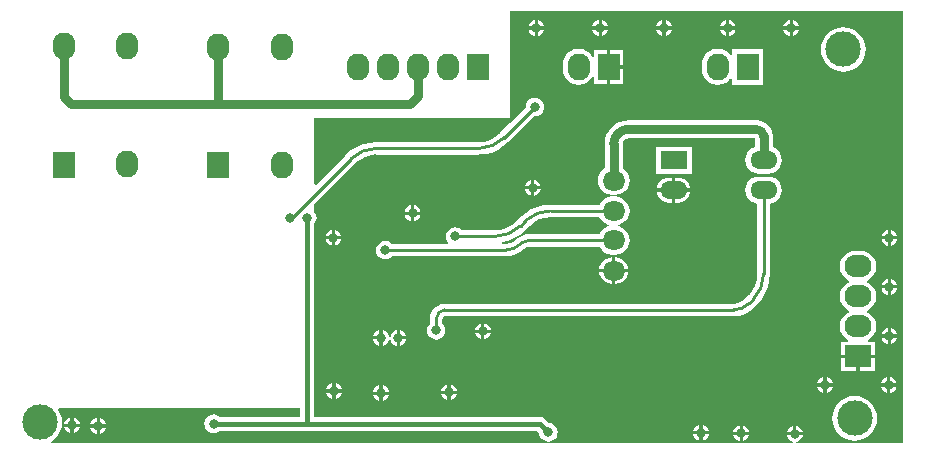
<source format=gbl>
G04 Layer_Physical_Order=2*
G04 Layer_Color=16711680*
%FSTAX24Y24*%
%MOIN*%
G70*
G01*
G75*
%ADD26C,0.0300*%
%ADD27C,0.0110*%
%ADD28C,0.0150*%
%ADD29C,0.0236*%
%ADD31O,0.0750X0.0900*%
%ADD32R,0.0750X0.0900*%
%ADD33C,0.1181*%
%ADD34O,0.0750X0.0650*%
%ADD35R,0.0900X0.0600*%
%ADD36O,0.0900X0.0600*%
%ADD37R,0.0900X0.0750*%
%ADD38O,0.0900X0.0750*%
%ADD39C,0.0315*%
%ADD40C,0.0110*%
G36*
X055458Y031041D02*
X051906D01*
X051902Y031091D01*
X05193Y031094D01*
X051995Y031121D01*
X052051Y031164D01*
X052094Y03122D01*
X052121Y031285D01*
X052122Y0313D01*
X051597D01*
X051599Y031285D01*
X051626Y03122D01*
X051669Y031164D01*
X051725Y031121D01*
X05179Y031094D01*
X051817Y031091D01*
X051814Y031041D01*
X027073D01*
X027061Y031091D01*
X027107Y031115D01*
X02722Y031208D01*
X027312Y031321D01*
X027381Y031449D01*
X027423Y031589D01*
X027438Y031734D01*
X027423Y031879D01*
X027381Y032019D01*
X027312Y032148D01*
X027299Y032163D01*
X027321Y032209D01*
X035381Y032209D01*
Y031921D01*
X032692D01*
X032641Y03196D01*
X032566Y031991D01*
X032486Y032002D01*
X032406Y031991D01*
X032331Y03196D01*
X032267Y031911D01*
X032217Y031847D01*
X032186Y031772D01*
X032176Y031692D01*
X032186Y031611D01*
X032217Y031537D01*
X032267Y031472D01*
X032331Y031423D01*
X032406Y031392D01*
X032486Y031382D01*
X032566Y031392D01*
X032641Y031423D01*
X032692Y031462D01*
X043264D01*
X043342Y031385D01*
X043351Y031321D01*
X043382Y031246D01*
X043431Y031182D01*
X043495Y031132D01*
X04357Y031102D01*
X04365Y031091D01*
X04373Y031102D01*
X043805Y031132D01*
X043869Y031182D01*
X043919Y031246D01*
X04395Y031321D01*
X04396Y031401D01*
X04395Y031481D01*
X043919Y031556D01*
X043869Y03162D01*
X043805Y03167D01*
X04373Y031701D01*
X043667Y031709D01*
X043522Y031854D01*
X043447Y031904D01*
X043359Y031921D01*
X03584D01*
Y032209D01*
X035847D01*
X035847Y038356D01*
X035879Y038399D01*
X03591Y038474D01*
X035921Y038554D01*
X03591Y038634D01*
X035879Y038709D01*
X035847Y038752D01*
Y039007D01*
X037208Y040369D01*
X037208Y040369D01*
X037244Y040403D01*
X037358Y040496D01*
X037531Y040589D01*
X037719Y040646D01*
X037901Y040664D01*
X037914Y040661D01*
X041317D01*
Y040661D01*
X041368Y040665D01*
X041378Y040663D01*
X041403Y040668D01*
X041538Y040678D01*
X041754Y04073D01*
X04196Y040815D01*
X042149Y040932D01*
X042318Y041076D01*
X042318Y041076D01*
X042627Y041385D01*
X042648Y041399D01*
X043185Y041936D01*
X043198Y041934D01*
X043278Y041945D01*
X043353Y041976D01*
X043417Y042025D01*
X043466Y042089D01*
X043497Y042164D01*
X043508Y042244D01*
X043497Y042325D01*
X043466Y042399D01*
X043417Y042464D01*
X043353Y042513D01*
X043278Y042544D01*
X043198Y042554D01*
X043117Y042544D01*
X043043Y042513D01*
X042978Y042464D01*
X042929Y042399D01*
X042898Y042325D01*
X042888Y042244D01*
X042889Y042232D01*
X04237Y041712D01*
X042349Y041698D01*
X042022Y041372D01*
X042015Y041361D01*
X041873Y041244D01*
X0417Y041152D01*
X041512Y041095D01*
X041368Y041081D01*
X04133Y041077D01*
X041317Y041079D01*
X037914D01*
Y04108D01*
X037693Y041062D01*
X037477Y04101D01*
X037271Y040925D01*
X037082Y040809D01*
X036913Y040665D01*
X036913Y040665D01*
X036878Y040629D01*
X035893Y039644D01*
X035847Y039664D01*
Y04187D01*
X042353D01*
X042353Y045448D01*
X055458D01*
Y031041D01*
D02*
G37*
%LPC*%
G36*
X051801Y045144D02*
Y044936D01*
X052008D01*
X052006Y044951D01*
X051979Y045016D01*
X051937Y045072D01*
X051881Y045115D01*
X051816Y045142D01*
X051801Y045144D01*
D02*
G37*
G36*
X051691D02*
X051676Y045142D01*
X051611Y045115D01*
X051555Y045072D01*
X051512Y045016D01*
X051485Y044951D01*
X051483Y044936D01*
X051691D01*
Y045144D01*
D02*
G37*
G36*
X049677D02*
Y044936D01*
X049884D01*
X049882Y044951D01*
X049855Y045016D01*
X049813Y045072D01*
X049757Y045115D01*
X049692Y045142D01*
X049677Y045144D01*
D02*
G37*
G36*
X049567D02*
X049552Y045142D01*
X049487Y045115D01*
X049431Y045072D01*
X049388Y045016D01*
X049361Y044951D01*
X049359Y044936D01*
X049567D01*
Y045144D01*
D02*
G37*
G36*
X047553D02*
Y044936D01*
X04776D01*
X047759Y044951D01*
X047732Y045016D01*
X047689Y045072D01*
X047633Y045115D01*
X047568Y045142D01*
X047553Y045144D01*
D02*
G37*
G36*
X047443D02*
X047428Y045142D01*
X047363Y045115D01*
X047307Y045072D01*
X047264Y045016D01*
X047237Y044951D01*
X047235Y044936D01*
X047443D01*
Y045144D01*
D02*
G37*
G36*
X045429D02*
Y044936D01*
X045637D01*
X045635Y044951D01*
X045608Y045016D01*
X045565Y045072D01*
X045509Y045115D01*
X045444Y045142D01*
X045429Y045144D01*
D02*
G37*
G36*
X045319D02*
X045304Y045142D01*
X045239Y045115D01*
X045183Y045072D01*
X04514Y045016D01*
X045113Y044951D01*
X045111Y044936D01*
X045319D01*
Y045144D01*
D02*
G37*
G36*
X043305D02*
Y044936D01*
X043513D01*
X043511Y044951D01*
X043484Y045016D01*
X043441Y045072D01*
X043385Y045115D01*
X04332Y045142D01*
X043305Y045144D01*
D02*
G37*
G36*
X043195D02*
X04318Y045142D01*
X043115Y045115D01*
X043059Y045072D01*
X043016Y045016D01*
X042989Y044951D01*
X042988Y044936D01*
X043195D01*
Y045144D01*
D02*
G37*
G36*
X052008Y044826D02*
X051801D01*
Y044618D01*
X051816Y04462D01*
X051881Y044647D01*
X051937Y04469D01*
X051979Y044746D01*
X052006Y044811D01*
X052008Y044826D01*
D02*
G37*
G36*
X051691D02*
X051483D01*
X051485Y044811D01*
X051512Y044746D01*
X051555Y04469D01*
X051611Y044647D01*
X051676Y04462D01*
X051691Y044618D01*
Y044826D01*
D02*
G37*
G36*
X049884D02*
X049677D01*
Y044618D01*
X049692Y04462D01*
X049757Y044647D01*
X049813Y04469D01*
X049855Y044746D01*
X049882Y044811D01*
X049884Y044826D01*
D02*
G37*
G36*
X049567D02*
X049359D01*
X049361Y044811D01*
X049388Y044746D01*
X049431Y04469D01*
X049487Y044647D01*
X049552Y04462D01*
X049567Y044618D01*
Y044826D01*
D02*
G37*
G36*
X04776D02*
X047553D01*
Y044618D01*
X047568Y04462D01*
X047633Y044647D01*
X047689Y04469D01*
X047732Y044746D01*
X047759Y044811D01*
X04776Y044826D01*
D02*
G37*
G36*
X047443D02*
X047235D01*
X047237Y044811D01*
X047264Y044746D01*
X047307Y04469D01*
X047363Y044647D01*
X047428Y04462D01*
X047443Y044618D01*
Y044826D01*
D02*
G37*
G36*
X045637D02*
X045429D01*
Y044618D01*
X045444Y04462D01*
X045509Y044647D01*
X045565Y04469D01*
X045608Y044746D01*
X045635Y044811D01*
X045637Y044826D01*
D02*
G37*
G36*
X045319D02*
X045111D01*
X045113Y044811D01*
X04514Y044746D01*
X045183Y04469D01*
X045239Y044647D01*
X045304Y04462D01*
X045319Y044618D01*
Y044826D01*
D02*
G37*
G36*
X043513D02*
X043305D01*
Y044618D01*
X04332Y04462D01*
X043385Y044647D01*
X043441Y04469D01*
X043484Y044746D01*
X043511Y044811D01*
X043513Y044826D01*
D02*
G37*
G36*
X043195D02*
X042988D01*
X042989Y044811D01*
X043016Y044746D01*
X043059Y04469D01*
X043115Y044647D01*
X04318Y04462D01*
X043195Y044618D01*
Y044826D01*
D02*
G37*
G36*
X046138Y044145D02*
X045708D01*
Y04364D01*
X046138D01*
Y044145D01*
D02*
G37*
G36*
X053475Y04491D02*
X05333Y044895D01*
X053191Y044853D01*
X053062Y044784D01*
X052949Y044692D01*
X052857Y044579D01*
X052788Y04445D01*
X052745Y044311D01*
X052731Y044166D01*
X052745Y04402D01*
X052788Y043881D01*
X052857Y043752D01*
X052949Y043639D01*
X053062Y043547D01*
X053191Y043478D01*
X05333Y043436D01*
X053475Y043422D01*
X05362Y043436D01*
X05376Y043478D01*
X053889Y043547D01*
X054001Y043639D01*
X054094Y043752D01*
X054163Y043881D01*
X054205Y04402D01*
X054219Y044166D01*
X054205Y044311D01*
X054163Y04445D01*
X054094Y044579D01*
X054001Y044692D01*
X053889Y044784D01*
X05376Y044853D01*
X05362Y044895D01*
X053475Y04491D01*
D02*
G37*
G36*
X046138Y04353D02*
X045708D01*
Y043025D01*
X046138D01*
Y04353D01*
D02*
G37*
G36*
X044653Y044189D02*
X044516Y044171D01*
X044388Y044118D01*
X044278Y044034D01*
X044194Y043924D01*
X044141Y043797D01*
X044123Y04366D01*
Y04351D01*
X044141Y043373D01*
X044194Y043245D01*
X044278Y043135D01*
X044388Y043051D01*
X044516Y042998D01*
X044653Y04298D01*
X04479Y042998D01*
X044917Y043051D01*
X045027Y043135D01*
X045111Y043245D01*
X045118Y04326D01*
X045168Y04325D01*
Y043025D01*
X045598D01*
Y043585D01*
Y044145D01*
X045168D01*
Y043919D01*
X045118Y043909D01*
X045111Y043924D01*
X045027Y044034D01*
X044917Y044118D01*
X04479Y044171D01*
X044653Y044189D01*
D02*
G37*
G36*
X049288D02*
X04915Y044171D01*
X049023Y044118D01*
X048913Y044034D01*
X048829Y043924D01*
X048776Y043797D01*
X048758Y04366D01*
Y04351D01*
X048776Y043373D01*
X048829Y043245D01*
X048913Y043135D01*
X049023Y043051D01*
X04915Y042998D01*
X049288Y04298D01*
X049425Y042998D01*
X049552Y043051D01*
X049662Y043135D01*
X049713Y043201D01*
X049763Y043184D01*
Y042985D01*
X050813D01*
Y044185D01*
X049763D01*
Y043985D01*
X049713Y043968D01*
X049662Y044034D01*
X049552Y044118D01*
X049425Y044171D01*
X049288Y044189D01*
D02*
G37*
G36*
X048421Y040927D02*
X047221D01*
Y040027D01*
X048421D01*
Y040927D01*
D02*
G37*
G36*
X046324Y041813D02*
X046168Y041797D01*
X046017Y041752D01*
X045878Y041677D01*
X045756Y041577D01*
X045656Y041456D01*
X045582Y041317D01*
X045536Y041166D01*
X045521Y041009D01*
X045522D01*
Y0402D01*
X045436Y040134D01*
X04536Y040034D01*
X045312Y039919D01*
X045295Y039795D01*
X045312Y039671D01*
X04536Y039555D01*
X045436Y039456D01*
X045535Y03938D01*
X04565Y039332D01*
X045774Y039316D01*
X045874D01*
X045998Y039332D01*
X046114Y03938D01*
X046213Y039456D01*
X046289Y039555D01*
X046337Y039671D01*
X046354Y039795D01*
X046337Y039919D01*
X046289Y040034D01*
X046213Y040134D01*
X046127Y0402D01*
Y041009D01*
X046127Y041013D01*
X046141Y041085D01*
X046184Y04115D01*
X046248Y041193D01*
X04632Y041207D01*
X046324Y041206D01*
X046679D01*
X046739Y041198D01*
X050519D01*
Y0409D01*
X050444Y04087D01*
X05035Y040798D01*
X050278Y040704D01*
X050233Y040594D01*
X050217Y040477D01*
X050233Y040359D01*
X050278Y04025D01*
X05035Y040156D01*
X050444Y040083D01*
X050554Y040038D01*
X050671Y040023D01*
X050971D01*
X051089Y040038D01*
X051198Y040083D01*
X051292Y040156D01*
X051364Y04025D01*
X05141Y040359D01*
X051425Y040477D01*
X05141Y040594D01*
X051364Y040704D01*
X051292Y040798D01*
X051198Y04087D01*
X051124Y0409D01*
Y041269D01*
X051126D01*
X051108Y041406D01*
X051055Y041534D01*
X05097Y041644D01*
X05086Y041729D01*
X050732Y041782D01*
X050595Y0418D01*
Y0418D01*
X05055Y041804D01*
X046799D01*
X046739Y041812D01*
X046324D01*
Y041813D01*
D02*
G37*
G36*
X043179Y039822D02*
Y039615D01*
X043387D01*
X043385Y03963D01*
X043358Y039695D01*
X043315Y03975D01*
X043259Y039793D01*
X043194Y03982D01*
X043179Y039822D01*
D02*
G37*
G36*
X043069D02*
X043055Y03982D01*
X04299Y039793D01*
X042934Y03975D01*
X042891Y039695D01*
X042864Y03963D01*
X042862Y039615D01*
X043069D01*
Y039822D01*
D02*
G37*
G36*
X047971Y03989D02*
X047876D01*
Y039532D01*
X048378D01*
X048371Y039584D01*
X048329Y039683D01*
X048264Y039769D01*
X048178Y039835D01*
X048078Y039876D01*
X047971Y03989D01*
D02*
G37*
G36*
X047766D02*
X047671D01*
X047564Y039876D01*
X047465Y039835D01*
X047379Y039769D01*
X047313Y039683D01*
X047272Y039584D01*
X047265Y039532D01*
X047766D01*
Y03989D01*
D02*
G37*
G36*
X043387Y039505D02*
X043179D01*
Y039297D01*
X043194Y039299D01*
X043259Y039326D01*
X043315Y039369D01*
X043358Y039425D01*
X043385Y03949D01*
X043387Y039505D01*
D02*
G37*
G36*
X043069D02*
X042862D01*
X042864Y03949D01*
X042891Y039425D01*
X042934Y039369D01*
X04299Y039326D01*
X043055Y039299D01*
X043069Y039297D01*
Y039505D01*
D02*
G37*
G36*
X048378Y039422D02*
X047876D01*
Y039063D01*
X047971D01*
X048078Y039077D01*
X048178Y039118D01*
X048264Y039184D01*
X048329Y03927D01*
X048371Y03937D01*
X048378Y039422D01*
D02*
G37*
G36*
X047766D02*
X047265D01*
X047272Y03937D01*
X047313Y03927D01*
X047379Y039184D01*
X047465Y039118D01*
X047564Y039077D01*
X047671Y039063D01*
X047766D01*
Y039422D01*
D02*
G37*
G36*
X045874Y039264D02*
X045774D01*
X04565Y039248D01*
X045535Y0392D01*
X045436Y039124D01*
X04536Y039024D01*
X045347Y038994D01*
X043719D01*
Y038994D01*
X043498Y038977D01*
X043281Y038925D01*
X043076Y03884D01*
X042887Y038724D01*
X042794Y038644D01*
X042771Y038629D01*
X042765Y03862D01*
X042718Y038579D01*
X042718Y038579D01*
X042571Y038432D01*
X042563Y038421D01*
X042422Y038305D01*
X042248Y038212D01*
X042061Y038155D01*
X041878Y038137D01*
X041865Y03814D01*
X040777D01*
X040769Y03815D01*
X040705Y038199D01*
X04063Y03823D01*
X04055Y038241D01*
X04047Y03823D01*
X040395Y038199D01*
X040331Y03815D01*
X040282Y038086D01*
X040251Y038011D01*
X04024Y037931D01*
X040251Y03785D01*
X040282Y037776D01*
X040314Y037734D01*
X040289Y037684D01*
X038436D01*
X038428Y037694D01*
X038363Y037743D01*
X038289Y037774D01*
X038208Y037785D01*
X038128Y037774D01*
X038053Y037743D01*
X037989Y037694D01*
X03794Y03763D01*
X037909Y037555D01*
X037898Y037475D01*
X037909Y037394D01*
X03794Y03732D01*
X037989Y037255D01*
X038053Y037206D01*
X038128Y037175D01*
X038208Y037165D01*
X038289Y037175D01*
X038363Y037206D01*
X038428Y037255D01*
X038436Y037266D01*
X041814D01*
X04184Y037271D01*
X042242D01*
Y037271D01*
X042409Y037287D01*
X04257Y037336D01*
X042717Y037415D01*
X042847Y037521D01*
X042847Y037521D01*
X042885Y037551D01*
X042928Y03758D01*
X043017Y037598D01*
X043027Y037596D01*
X045347D01*
X04536Y037565D01*
X045436Y037466D01*
X045535Y03739D01*
X04565Y037342D01*
X045774Y037326D01*
X045874D01*
X045998Y037342D01*
X046114Y03739D01*
X046213Y037466D01*
X046289Y037565D01*
X046337Y037681D01*
X046354Y037805D01*
X046337Y037929D01*
X046289Y038044D01*
X046213Y038144D01*
X046114Y03822D01*
X045998Y038268D01*
X045983Y03827D01*
Y03832D01*
X045998Y038322D01*
X046114Y03837D01*
X046213Y038446D01*
X046289Y038545D01*
X046337Y038661D01*
X046354Y038785D01*
X046337Y038909D01*
X046289Y039024D01*
X046213Y039124D01*
X046114Y0392D01*
X045998Y039248D01*
X045874Y039264D01*
D02*
G37*
G36*
X039174Y038966D02*
Y038758D01*
X039382D01*
X03938Y038773D01*
X039353Y038838D01*
X03931Y038894D01*
X039254Y038937D01*
X039189Y038964D01*
X039174Y038966D01*
D02*
G37*
G36*
X039064D02*
X039049Y038964D01*
X038984Y038937D01*
X038928Y038894D01*
X038885Y038838D01*
X038858Y038773D01*
X038856Y038758D01*
X039064D01*
Y038966D01*
D02*
G37*
G36*
X039382Y038648D02*
X039174D01*
Y038441D01*
X039189Y038443D01*
X039254Y03847D01*
X03931Y038513D01*
X039353Y038569D01*
X03938Y038634D01*
X039382Y038648D01*
D02*
G37*
G36*
X039064D02*
X038856D01*
X038858Y038634D01*
X038885Y038569D01*
X038928Y038513D01*
X038984Y03847D01*
X039049Y038443D01*
X039064Y038441D01*
Y038648D01*
D02*
G37*
G36*
X036537Y038156D02*
Y037949D01*
X036745D01*
X036743Y037963D01*
X036716Y038028D01*
X036673Y038084D01*
X036617Y038127D01*
X036552Y038154D01*
X036537Y038156D01*
D02*
G37*
G36*
X036427D02*
X036413Y038154D01*
X036347Y038127D01*
X036292Y038084D01*
X036249Y038028D01*
X036222Y037963D01*
X03622Y037949D01*
X036427D01*
Y038156D01*
D02*
G37*
G36*
X05507Y038152D02*
Y037944D01*
X055278D01*
X055276Y037959D01*
X055249Y038024D01*
X055206Y03808D01*
X05515Y038123D01*
X055085Y03815D01*
X05507Y038152D01*
D02*
G37*
G36*
X05496D02*
X054945Y03815D01*
X05488Y038123D01*
X054824Y03808D01*
X054781Y038024D01*
X054754Y037959D01*
X054752Y037944D01*
X05496D01*
Y038152D01*
D02*
G37*
G36*
X036745Y037839D02*
X036537D01*
Y037631D01*
X036552Y037633D01*
X036617Y03766D01*
X036673Y037703D01*
X036716Y037759D01*
X036743Y037824D01*
X036745Y037839D01*
D02*
G37*
G36*
X036427D02*
X03622D01*
X036222Y037824D01*
X036249Y037759D01*
X036292Y037703D01*
X036347Y03766D01*
X036413Y037633D01*
X036427Y037631D01*
Y037839D01*
D02*
G37*
G36*
X055278Y037834D02*
X05507D01*
Y037627D01*
X055085Y037629D01*
X05515Y037656D01*
X055206Y037698D01*
X055249Y037754D01*
X055276Y037819D01*
X055278Y037834D01*
D02*
G37*
G36*
X05496D02*
X054752D01*
X054754Y037819D01*
X054781Y037754D01*
X054824Y037698D01*
X05488Y037656D01*
X054945Y037629D01*
X05496Y037627D01*
Y037834D01*
D02*
G37*
G36*
X045879Y037233D02*
Y03685D01*
X046306D01*
X046298Y036908D01*
X046254Y037014D01*
X046185Y037105D01*
X046094Y037175D01*
X045988Y037219D01*
X045879Y037233D01*
D02*
G37*
G36*
X045769D02*
X045661Y037219D01*
X045555Y037175D01*
X045464Y037105D01*
X045395Y037014D01*
X045351Y036908D01*
X045343Y03685D01*
X045769D01*
Y037233D01*
D02*
G37*
G36*
Y03674D02*
X045343D01*
X045351Y036681D01*
X045395Y036575D01*
X045464Y036485D01*
X045555Y036415D01*
X045661Y036371D01*
X045769Y036357D01*
Y03674D01*
D02*
G37*
G36*
X046306D02*
X045879D01*
Y036357D01*
X045988Y036371D01*
X046094Y036415D01*
X046185Y036485D01*
X046254Y036575D01*
X046298Y036681D01*
X046306Y03674D01*
D02*
G37*
G36*
X05507Y036516D02*
Y036309D01*
X055278D01*
X055276Y036324D01*
X055249Y036389D01*
X055206Y036444D01*
X05515Y036487D01*
X055085Y036514D01*
X05507Y036516D01*
D02*
G37*
G36*
X05496D02*
X054945Y036514D01*
X05488Y036487D01*
X054824Y036444D01*
X054781Y036389D01*
X054754Y036324D01*
X054752Y036309D01*
X05496D01*
Y036516D01*
D02*
G37*
G36*
X055278Y036199D02*
X05507D01*
Y035991D01*
X055085Y035993D01*
X05515Y03602D01*
X055206Y036063D01*
X055249Y036119D01*
X055276Y036184D01*
X055278Y036199D01*
D02*
G37*
G36*
X05496D02*
X054752D01*
X054754Y036184D01*
X054781Y036119D01*
X054824Y036063D01*
X05488Y03602D01*
X054945Y035993D01*
X05496Y035991D01*
Y036199D01*
D02*
G37*
G36*
X050971Y03993D02*
X050671D01*
X050554Y039915D01*
X050444Y03987D01*
X05035Y039798D01*
X050278Y039704D01*
X050233Y039594D01*
X050217Y039477D01*
X050233Y039359D01*
X050278Y03925D01*
X05035Y039156D01*
X050444Y039083D01*
X050554Y039038D01*
X050612Y03903D01*
Y036677D01*
X050615Y036664D01*
X050597Y036482D01*
X05054Y036294D01*
X050447Y036121D01*
X050354Y036007D01*
X05032Y035972D01*
D01*
X050285Y035937D01*
X050199Y035851D01*
X050193Y035842D01*
X050092Y035764D01*
X049964Y035711D01*
X049837Y035694D01*
X049826Y035696D01*
X040203D01*
Y035697D01*
X040074Y03568D01*
X039954Y03563D01*
X039851Y035551D01*
X03985Y035551D01*
X039768Y035444D01*
X039717Y035319D01*
X039699Y035185D01*
X039699D01*
Y03503D01*
X039689Y035022D01*
X03964Y034958D01*
X039609Y034883D01*
X039598Y034803D01*
X039609Y034722D01*
X03964Y034648D01*
X039689Y034583D01*
X039753Y034534D01*
X039828Y034503D01*
X039908Y034493D01*
X039989Y034503D01*
X040063Y034534D01*
X040128Y034583D01*
X040177Y034648D01*
X040208Y034722D01*
X040218Y034803D01*
X040208Y034883D01*
X040177Y034958D01*
X040128Y035022D01*
X040117Y03503D01*
Y035185D01*
X040117Y035187D01*
X040124Y035223D01*
X040144Y035254D01*
X040146Y035255D01*
X040147Y035256D01*
X040172Y035273D01*
X040201Y035279D01*
X040203Y035278D01*
X049826D01*
Y035278D01*
X050011Y035296D01*
X050188Y03535D01*
X050352Y035437D01*
X050495Y035555D01*
X050495Y035555D01*
X05058Y035641D01*
X050616Y035676D01*
X050616Y035676D01*
X05076Y035845D01*
X050876Y036034D01*
X050961Y03624D01*
X051013Y036456D01*
X051031Y036677D01*
X05103D01*
Y03903D01*
X051089Y039038D01*
X051198Y039083D01*
X051292Y039156D01*
X051364Y03925D01*
X05141Y039359D01*
X051425Y039477D01*
X05141Y039594D01*
X051364Y039704D01*
X051292Y039798D01*
X051198Y03987D01*
X051089Y039915D01*
X050971Y03993D01*
D02*
G37*
G36*
X041515Y03503D02*
Y034823D01*
X041722D01*
X041721Y034837D01*
X041694Y034902D01*
X041651Y034958D01*
X041595Y035001D01*
X04153Y035028D01*
X041515Y03503D01*
D02*
G37*
G36*
X041405D02*
X04139Y035028D01*
X041325Y035001D01*
X041269Y034958D01*
X041226Y034902D01*
X041199Y034837D01*
X041197Y034823D01*
X041405D01*
Y03503D01*
D02*
G37*
G36*
X05507Y034881D02*
Y034673D01*
X055278D01*
X055276Y034688D01*
X055249Y034753D01*
X055206Y034809D01*
X05515Y034852D01*
X055085Y034879D01*
X05507Y034881D01*
D02*
G37*
G36*
X05496D02*
X054945Y034879D01*
X05488Y034852D01*
X054824Y034809D01*
X054781Y034753D01*
X054754Y034688D01*
X054752Y034673D01*
X05496D01*
Y034881D01*
D02*
G37*
G36*
X038701Y034816D02*
Y034608D01*
X038909D01*
X038907Y034623D01*
X03888Y034688D01*
X038837Y034744D01*
X038781Y034787D01*
X038716Y034814D01*
X038701Y034816D01*
D02*
G37*
G36*
X038009D02*
X037994Y034814D01*
X037929Y034787D01*
X037873Y034744D01*
X03783Y034688D01*
X037803Y034623D01*
X037801Y034608D01*
X038009D01*
Y034816D01*
D02*
G37*
G36*
X038591D02*
X038576Y034814D01*
X038511Y034787D01*
X038455Y034744D01*
X038412Y034688D01*
X038386Y034623D01*
X03838Y034582D01*
X03833D01*
X038324Y034623D01*
X038298Y034688D01*
X038255Y034744D01*
X038199Y034787D01*
X038134Y034814D01*
X038119Y034816D01*
Y034553D01*
Y03429D01*
X038134Y034292D01*
X038199Y034319D01*
X038255Y034362D01*
X038298Y034418D01*
X038324Y034483D01*
X03833Y034524D01*
X03838D01*
X038386Y034483D01*
X038412Y034418D01*
X038455Y034362D01*
X038511Y034319D01*
X038576Y034292D01*
X038591Y03429D01*
Y034553D01*
Y034816D01*
D02*
G37*
G36*
X041722Y034713D02*
X041515D01*
Y034505D01*
X04153Y034507D01*
X041595Y034534D01*
X041651Y034577D01*
X041694Y034633D01*
X041721Y034698D01*
X041722Y034713D01*
D02*
G37*
G36*
X041405D02*
X041197D01*
X041199Y034698D01*
X041226Y034633D01*
X041269Y034577D01*
X041325Y034534D01*
X04139Y034507D01*
X041405Y034505D01*
Y034713D01*
D02*
G37*
G36*
X055278Y034563D02*
X05507D01*
Y034356D01*
X055085Y034358D01*
X05515Y034384D01*
X055206Y034427D01*
X055249Y034483D01*
X055276Y034548D01*
X055278Y034563D01*
D02*
G37*
G36*
X05496D02*
X054752D01*
X054754Y034548D01*
X054781Y034483D01*
X054824Y034427D01*
X05488Y034384D01*
X054945Y034358D01*
X05496Y034356D01*
Y034563D01*
D02*
G37*
G36*
X038909Y034498D02*
X038701D01*
Y03429D01*
X038716Y034292D01*
X038781Y034319D01*
X038837Y034362D01*
X03888Y034418D01*
X038907Y034483D01*
X038909Y034498D01*
D02*
G37*
G36*
X038009D02*
X037801D01*
X037803Y034483D01*
X03783Y034418D01*
X037873Y034362D01*
X037929Y034319D01*
X037994Y034292D01*
X038009Y03429D01*
Y034498D01*
D02*
G37*
G36*
X054043Y037463D02*
X053893D01*
X053756Y037444D01*
X053629Y037392D01*
X053519Y037307D01*
X053435Y037198D01*
X053382Y03707D01*
X053364Y036933D01*
X053382Y036796D01*
X053435Y036668D01*
X053519Y036559D01*
X053629Y036474D01*
X053668Y036458D01*
Y036408D01*
X053629Y036392D01*
X053519Y036307D01*
X053435Y036198D01*
X053382Y03607D01*
X053364Y035933D01*
X053382Y035796D01*
X053435Y035668D01*
X053519Y035559D01*
X053629Y035474D01*
X053668Y035458D01*
Y035408D01*
X053629Y035392D01*
X053519Y035307D01*
X053435Y035198D01*
X053382Y03507D01*
X053364Y034933D01*
X053382Y034796D01*
X053435Y034668D01*
X053519Y034559D01*
X053629Y034474D01*
X053644Y034468D01*
X053634Y034418D01*
X053408D01*
Y033988D01*
X053968D01*
X054528D01*
Y034418D01*
X054303D01*
X054293Y034468D01*
X054308Y034474D01*
X054418Y034559D01*
X054502Y034668D01*
X054555Y034796D01*
X054573Y034933D01*
X054555Y03507D01*
X054502Y035198D01*
X054418Y035307D01*
X054308Y035392D01*
X054268Y035408D01*
Y035458D01*
X054308Y035474D01*
X054418Y035559D01*
X054502Y035668D01*
X054555Y035796D01*
X054573Y035933D01*
X054555Y03607D01*
X054502Y036198D01*
X054418Y036307D01*
X054308Y036392D01*
X054268Y036408D01*
Y036458D01*
X054308Y036474D01*
X054418Y036559D01*
X054502Y036668D01*
X054555Y036796D01*
X054573Y036933D01*
X054555Y03707D01*
X054502Y037198D01*
X054418Y037307D01*
X054308Y037392D01*
X05418Y037444D01*
X054043Y037463D01*
D02*
G37*
G36*
X054528Y033878D02*
X054023D01*
Y033448D01*
X054528D01*
Y033878D01*
D02*
G37*
G36*
X053913D02*
X053408D01*
Y033448D01*
X053913D01*
Y033878D01*
D02*
G37*
G36*
X052922Y033247D02*
Y033039D01*
X05313D01*
X053128Y033054D01*
X053101Y033119D01*
X053058Y033175D01*
X053002Y033218D01*
X052937Y033245D01*
X052922Y033247D01*
D02*
G37*
G36*
X052812D02*
X052798Y033245D01*
X052733Y033218D01*
X052677Y033175D01*
X052634Y033119D01*
X052607Y033054D01*
X052605Y033039D01*
X052812D01*
Y033247D01*
D02*
G37*
G36*
X055045Y033245D02*
Y033038D01*
X055253D01*
X055251Y033052D01*
X055224Y033117D01*
X055181Y033173D01*
X055125Y033216D01*
X05506Y033243D01*
X055045Y033245D01*
D02*
G37*
G36*
X054935D02*
X05492Y033243D01*
X054855Y033216D01*
X054799Y033173D01*
X054757Y033117D01*
X05473Y033052D01*
X054728Y033038D01*
X054935D01*
Y033245D01*
D02*
G37*
G36*
X036553Y033044D02*
Y032836D01*
X03676D01*
X036758Y032851D01*
X036731Y032916D01*
X036688Y032972D01*
X036633Y033015D01*
X036568Y033042D01*
X036553Y033044D01*
D02*
G37*
G36*
X036443D02*
X036428Y033042D01*
X036363Y033015D01*
X036307Y032972D01*
X036264Y032916D01*
X036237Y032851D01*
X036235Y032836D01*
X036443D01*
Y033044D01*
D02*
G37*
G36*
X040387Y032997D02*
Y03279D01*
X040594D01*
X040592Y032804D01*
X040565Y032869D01*
X040522Y032925D01*
X040466Y032968D01*
X040401Y032995D01*
X040387Y032997D01*
D02*
G37*
G36*
X040277D02*
X040262Y032995D01*
X040197Y032968D01*
X040141Y032925D01*
X040098Y032869D01*
X040071Y032804D01*
X040069Y03279D01*
X040277D01*
Y032997D01*
D02*
G37*
G36*
X038121Y03297D02*
Y032762D01*
X038328D01*
X038326Y032777D01*
X038299Y032842D01*
X038257Y032898D01*
X038201Y032941D01*
X038136Y032968D01*
X038121Y03297D01*
D02*
G37*
G36*
X038011D02*
X037996Y032968D01*
X037931Y032941D01*
X037875Y032898D01*
X037832Y032842D01*
X037805Y032777D01*
X037803Y032762D01*
X038011D01*
Y03297D01*
D02*
G37*
G36*
X05313Y032929D02*
X052922D01*
Y032722D01*
X052937Y032724D01*
X053002Y03275D01*
X053058Y032793D01*
X053101Y032849D01*
X053128Y032914D01*
X05313Y032929D01*
D02*
G37*
G36*
X052812D02*
X052605D01*
X052607Y032914D01*
X052634Y032849D01*
X052677Y032793D01*
X052733Y03275D01*
X052798Y032724D01*
X052812Y032722D01*
Y032929D01*
D02*
G37*
G36*
X055253Y032928D02*
X055045D01*
Y03272D01*
X05506Y032722D01*
X055125Y032749D01*
X055181Y032792D01*
X055224Y032848D01*
X055251Y032913D01*
X055253Y032928D01*
D02*
G37*
G36*
X054935D02*
X054728D01*
X05473Y032913D01*
X054757Y032848D01*
X054799Y032792D01*
X054855Y032749D01*
X05492Y032722D01*
X054935Y03272D01*
Y032928D01*
D02*
G37*
G36*
X03676Y032726D02*
X036553D01*
Y032518D01*
X036568Y03252D01*
X036633Y032547D01*
X036688Y03259D01*
X036731Y032646D01*
X036758Y032711D01*
X03676Y032726D01*
D02*
G37*
G36*
X036443D02*
X036235D01*
X036237Y032711D01*
X036264Y032646D01*
X036307Y03259D01*
X036363Y032547D01*
X036428Y03252D01*
X036443Y032518D01*
Y032726D01*
D02*
G37*
G36*
X040594Y03268D02*
X040387D01*
Y032472D01*
X040401Y032474D01*
X040466Y032501D01*
X040522Y032544D01*
X040565Y0326D01*
X040592Y032665D01*
X040594Y03268D01*
D02*
G37*
G36*
X040277D02*
X040069D01*
X040071Y032665D01*
X040098Y0326D01*
X040141Y032544D01*
X040197Y032501D01*
X040262Y032474D01*
X040277Y032472D01*
Y03268D01*
D02*
G37*
G36*
X038328Y032652D02*
X038121D01*
Y032445D01*
X038136Y032447D01*
X038201Y032474D01*
X038257Y032517D01*
X038299Y032572D01*
X038326Y032638D01*
X038328Y032652D01*
D02*
G37*
G36*
X038011D02*
X037803D01*
X037805Y032638D01*
X037832Y032572D01*
X037875Y032517D01*
X037931Y032474D01*
X037996Y032447D01*
X038011Y032445D01*
Y032652D01*
D02*
G37*
G36*
X027826Y031898D02*
Y031691D01*
X028033D01*
X028031Y031705D01*
X028004Y03177D01*
X027961Y031826D01*
X027905Y031869D01*
X02784Y031896D01*
X027826Y031898D01*
D02*
G37*
G36*
X027716D02*
X027701Y031896D01*
X027636Y031869D01*
X02758Y031826D01*
X027537Y03177D01*
X02751Y031705D01*
X027508Y031691D01*
X027716D01*
Y031898D01*
D02*
G37*
G36*
X028696Y031873D02*
Y031666D01*
X028903D01*
X028901Y031681D01*
X028874Y031746D01*
X028831Y031802D01*
X028776Y031845D01*
X02871Y031872D01*
X028696Y031873D01*
D02*
G37*
G36*
X028586D02*
X028571Y031872D01*
X028506Y031845D01*
X02845Y031802D01*
X028407Y031746D01*
X02838Y031681D01*
X028378Y031666D01*
X028586D01*
Y031873D01*
D02*
G37*
G36*
X04879Y031657D02*
Y031449D01*
X048997D01*
X048995Y031464D01*
X048968Y031529D01*
X048925Y031585D01*
X04887Y031628D01*
X048805Y031655D01*
X04879Y031657D01*
D02*
G37*
G36*
X04868D02*
X048665Y031655D01*
X0486Y031628D01*
X048544Y031585D01*
X048501Y031529D01*
X048474Y031464D01*
X048472Y031449D01*
X04868D01*
Y031657D01*
D02*
G37*
G36*
X050131Y031632D02*
Y031424D01*
X050339D01*
X050337Y031439D01*
X05031Y031504D01*
X050267Y03156D01*
X050211Y031603D01*
X050146Y03163D01*
X050131Y031632D01*
D02*
G37*
G36*
X050021D02*
X050007Y03163D01*
X049942Y031603D01*
X049886Y03156D01*
X049843Y031504D01*
X049816Y031439D01*
X049814Y031424D01*
X050021D01*
Y031632D01*
D02*
G37*
G36*
X051915Y031618D02*
Y03141D01*
X052122D01*
X052121Y031425D01*
X052094Y03149D01*
X052051Y031546D01*
X051995Y031589D01*
X05193Y031616D01*
X051915Y031618D01*
D02*
G37*
G36*
X051805D02*
X05179Y031616D01*
X051725Y031589D01*
X051669Y031546D01*
X051626Y03149D01*
X051599Y031425D01*
X051597Y03141D01*
X051805D01*
Y031618D01*
D02*
G37*
G36*
X028033Y031581D02*
X027826D01*
Y031373D01*
X02784Y031375D01*
X027905Y031402D01*
X027961Y031445D01*
X028004Y031501D01*
X028031Y031566D01*
X028033Y031581D01*
D02*
G37*
G36*
X027716D02*
X027508D01*
X02751Y031566D01*
X027537Y031501D01*
X02758Y031445D01*
X027636Y031402D01*
X027701Y031375D01*
X027716Y031373D01*
Y031581D01*
D02*
G37*
G36*
X028903Y031556D02*
X028696D01*
Y031348D01*
X02871Y03135D01*
X028776Y031377D01*
X028831Y03142D01*
X028874Y031476D01*
X028901Y031541D01*
X028903Y031556D01*
D02*
G37*
G36*
X028586D02*
X028378D01*
X02838Y031541D01*
X028407Y031476D01*
X02845Y03142D01*
X028506Y031377D01*
X028571Y03135D01*
X028586Y031348D01*
Y031556D01*
D02*
G37*
G36*
X048997Y031339D02*
X04879D01*
Y031131D01*
X048805Y031133D01*
X04887Y03116D01*
X048925Y031203D01*
X048968Y031259D01*
X048995Y031324D01*
X048997Y031339D01*
D02*
G37*
G36*
X04868D02*
X048472D01*
X048474Y031324D01*
X048501Y031259D01*
X048544Y031203D01*
X0486Y03116D01*
X048665Y031133D01*
X04868Y031131D01*
Y031339D01*
D02*
G37*
G36*
X053857Y032618D02*
X053712Y032604D01*
X053572Y032562D01*
X053444Y032493D01*
X053331Y0324D01*
X053238Y032288D01*
X05317Y032159D01*
X053127Y032019D01*
X053113Y031874D01*
X053127Y031729D01*
X05317Y03159D01*
X053238Y031461D01*
X053331Y031348D01*
X053444Y031256D01*
X053572Y031187D01*
X053712Y031144D01*
X053857Y03113D01*
X054002Y031144D01*
X054142Y031187D01*
X054271Y031256D01*
X054383Y031348D01*
X054476Y031461D01*
X054545Y03159D01*
X054587Y031729D01*
X054601Y031874D01*
X054587Y032019D01*
X054545Y032159D01*
X054476Y032288D01*
X054383Y0324D01*
X054271Y032493D01*
X054142Y032562D01*
X054002Y032604D01*
X053857Y032618D01*
D02*
G37*
G36*
X050339Y031314D02*
X050131D01*
Y031107D01*
X050146Y031109D01*
X050211Y031136D01*
X050267Y031178D01*
X05031Y031234D01*
X050337Y031299D01*
X050339Y031314D01*
D02*
G37*
G36*
X050021D02*
X049814D01*
X049816Y031299D01*
X049843Y031234D01*
X049886Y031178D01*
X049942Y031136D01*
X050007Y031109D01*
X050021Y031107D01*
Y031314D01*
D02*
G37*
%LPD*%
G36*
X043719Y038576D02*
X045347D01*
X04536Y038545D01*
X045436Y038446D01*
X045535Y03837D01*
X04565Y038322D01*
X045666Y03832D01*
Y03827D01*
X04565Y038268D01*
X045535Y03822D01*
X045436Y038144D01*
X04536Y038044D01*
X045347Y038014D01*
X043027D01*
X043019Y038012D01*
X042896Y038D01*
X04277Y037962D01*
X042685Y037917D01*
X042685Y037917D01*
X042683Y037916D01*
X042654Y0379D01*
X042647Y037895D01*
X042628Y037879D01*
X042617Y037871D01*
X042614Y037868D01*
X042558Y037821D01*
X042551Y037817D01*
X042547Y03781D01*
X042462Y037745D01*
X042356Y037701D01*
X042251Y037687D01*
X042242Y037689D01*
X042091D01*
X042087Y037739D01*
X042303Y037791D01*
X042508Y037876D01*
X042698Y037992D01*
X042867Y038136D01*
X042866Y038136D01*
X043013Y038283D01*
X043021Y038294D01*
X043058Y038325D01*
X043163Y038411D01*
X043336Y038503D01*
X043524Y03856D01*
X043706Y038578D01*
X043719Y038576D01*
D02*
G37*
D26*
X046324Y041509D02*
G03*
X045824Y041009I0J-0005D01*
G01*
X050821Y041269D02*
G03*
X050595Y041496I-000227J0D01*
G01*
X045824Y039756D02*
G03*
X045864Y039716I00004J0D01*
G01*
X034755Y044239D02*
Y044277D01*
X027731Y042351D02*
X039048D01*
X032648Y042399D02*
X032663Y042384D01*
X032648Y042399D02*
Y044239D01*
X027504Y042578D02*
X027731Y042351D01*
X027504Y042578D02*
Y044265D01*
X039311Y042614D02*
Y043585D01*
X039048Y042351D02*
X039311Y042614D01*
X046324Y041509D02*
X046739D01*
X050821Y040477D02*
Y041269D01*
X045824Y039795D02*
Y041009D01*
Y039756D02*
Y039795D01*
X046739Y041501D02*
X05055D01*
D27*
X032489Y0317D02*
G03*
X032486Y031692I000009J-000009D01*
G01*
X050468Y035824D02*
G03*
X050821Y036677I-000854J000854D01*
G01*
X049826Y035487D02*
G03*
X050347Y035703I0J000737D01*
G01*
X040203Y035487D02*
G03*
X039999Y035403I0J-000289D01*
G01*
D02*
G03*
X039908Y035185I000218J-000218D01*
G01*
X042765Y037723D02*
G03*
X042699Y037669I000262J-000382D01*
G01*
X043027Y037805D02*
G03*
X042765Y037723I0J-000463D01*
G01*
X042242Y03748D02*
G03*
X042699Y037669I0J000647D01*
G01*
X042919Y038481D02*
G03*
X042866Y038431I0008J-000904D01*
G01*
X043719Y038785D02*
G03*
X042919Y038481I0J-001207D01*
G01*
X041865Y037931D02*
G03*
X042719Y038284I0J001207D01*
G01*
X041378Y040872D02*
G03*
X04217Y041224I-000062J001206D01*
G01*
X041317Y04087D02*
G03*
X041378Y040872I0J001207D01*
G01*
X037914Y04087D02*
G03*
X037061Y040517I0J-001207D01*
G01*
X035061Y038551D02*
G03*
X035131Y038587I-000021J000127D01*
G01*
X03504Y038549D02*
G03*
X035061Y038551I0J000129D01*
G01*
X032489Y0317D02*
X032489Y0317D01*
X050347Y035703D02*
X050468Y035824D01*
X040203Y035487D02*
X049826D01*
X039908Y034803D02*
Y035185D01*
X050821Y036677D02*
Y039477D01*
X043027Y037805D02*
X045824D01*
X041814Y03748D02*
X042242D01*
X038208Y037475D02*
X041814D01*
X043719Y038785D02*
X045824D01*
X042719Y038284D02*
X042866Y038431D01*
X04055Y037931D02*
X041865D01*
X04217Y041224D02*
X042497Y04155D01*
X037914Y04087D02*
X041317D01*
X035131Y038587D02*
X037061Y040517D01*
X0425Y041547D02*
X043198Y042244D01*
D28*
X032486Y031692D02*
X043359D01*
X035611Y031723D02*
Y038514D01*
X043359Y031692D02*
X04365Y031401D01*
D29*
X035611Y038514D02*
Y038554D01*
D31*
X032648Y044239D02*
D03*
X034755D02*
D03*
Y040321D02*
D03*
X027504Y044265D02*
D03*
X02961D02*
D03*
Y040348D02*
D03*
X037311Y043585D02*
D03*
X040311D02*
D03*
X039311D02*
D03*
X038311D02*
D03*
X049288D02*
D03*
X044653D02*
D03*
D32*
X032648Y040302D02*
D03*
X027504Y040328D02*
D03*
X041311Y043585D02*
D03*
X050288D02*
D03*
X045653D02*
D03*
D33*
X053475Y044166D02*
D03*
X026693Y031734D02*
D03*
X053857Y031874D02*
D03*
D34*
X045824Y036795D02*
D03*
Y037805D02*
D03*
Y038785D02*
D03*
Y039795D02*
D03*
D35*
X047821Y040477D02*
D03*
D36*
Y039477D02*
D03*
X050821D02*
D03*
Y040477D02*
D03*
D37*
X053968Y033933D02*
D03*
D38*
Y034933D02*
D03*
Y035933D02*
D03*
Y036933D02*
D03*
D39*
X028641Y031611D02*
D03*
X039119Y038703D02*
D03*
X038646Y034553D02*
D03*
X038064D02*
D03*
X040332Y032735D02*
D03*
X038066Y032707D02*
D03*
X027771Y031636D02*
D03*
X043124Y03956D02*
D03*
X052867Y032984D02*
D03*
X05499Y032983D02*
D03*
X055015Y034618D02*
D03*
Y036254D02*
D03*
Y037889D02*
D03*
X050076Y031369D02*
D03*
X048735Y031394D02*
D03*
X045374Y044881D02*
D03*
X04325D02*
D03*
X051746D02*
D03*
X049622D02*
D03*
X047498D02*
D03*
X05186Y031355D02*
D03*
X035611Y038554D02*
D03*
X04365Y031401D02*
D03*
X036482Y037894D02*
D03*
X036498Y032781D02*
D03*
X043198Y042244D02*
D03*
X03504Y038549D02*
D03*
X04146Y034768D02*
D03*
X038208Y037475D02*
D03*
X04055Y037931D02*
D03*
X032486Y031692D02*
D03*
X039908Y034803D02*
D03*
D40*
X032489Y0317D02*
D03*
M02*

</source>
